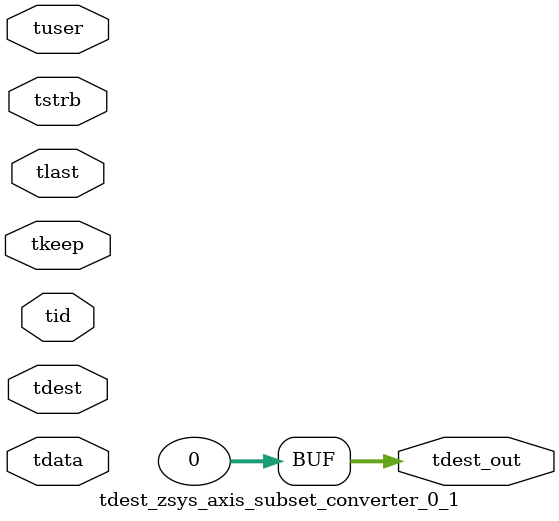
<source format=v>


`timescale 1ps/1ps

module tdest_zsys_axis_subset_converter_0_1 #
(
parameter C_S_AXIS_TDATA_WIDTH = 32,
parameter C_S_AXIS_TUSER_WIDTH = 0,
parameter C_S_AXIS_TID_WIDTH   = 0,
parameter C_S_AXIS_TDEST_WIDTH = 0,
parameter C_M_AXIS_TDEST_WIDTH = 32
)
(
input  [(C_S_AXIS_TDATA_WIDTH == 0 ? 1 : C_S_AXIS_TDATA_WIDTH)-1:0     ] tdata,
input  [(C_S_AXIS_TUSER_WIDTH == 0 ? 1 : C_S_AXIS_TUSER_WIDTH)-1:0     ] tuser,
input  [(C_S_AXIS_TID_WIDTH   == 0 ? 1 : C_S_AXIS_TID_WIDTH)-1:0       ] tid,
input  [(C_S_AXIS_TDEST_WIDTH == 0 ? 1 : C_S_AXIS_TDEST_WIDTH)-1:0     ] tdest,
input  [(C_S_AXIS_TDATA_WIDTH/8)-1:0 ] tkeep,
input  [(C_S_AXIS_TDATA_WIDTH/8)-1:0 ] tstrb,
input                                                                    tlast,
output [C_M_AXIS_TDEST_WIDTH-1:0] tdest_out
);

assign tdest_out = {1'b0};

endmodule


</source>
